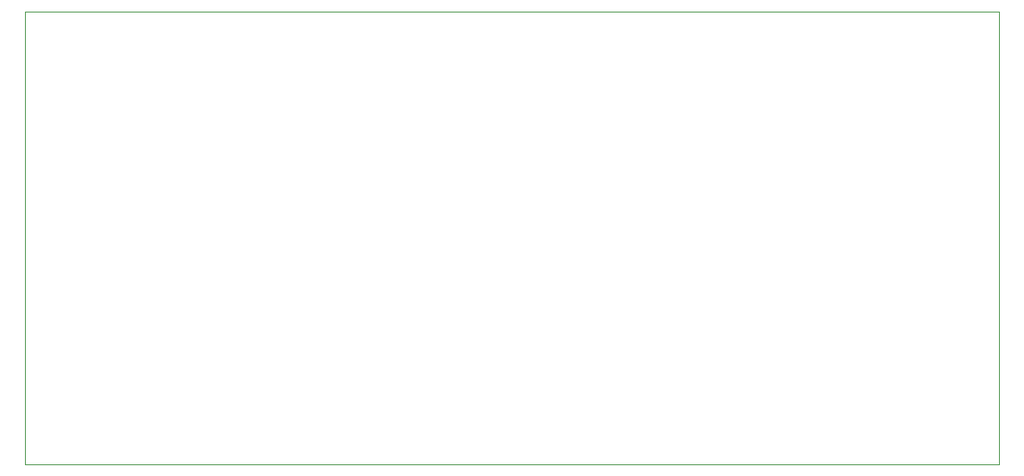
<source format=gbr>
G04 (created by PCBNEW (2013-07-07 BZR 4022)-stable) date 01/02/2015 03:27:21*
%MOIN*%
G04 Gerber Fmt 3.4, Leading zero omitted, Abs format*
%FSLAX34Y34*%
G01*
G70*
G90*
G04 APERTURE LIST*
%ADD10C,0.00590551*%
%ADD11C,0.00393701*%
G04 APERTURE END LIST*
G54D10*
G54D11*
X80413Y-33996D02*
X80413Y-33976D01*
X80413Y-52106D02*
X80413Y-33996D01*
X41437Y-52106D02*
X80413Y-52106D01*
X41437Y-33976D02*
X41437Y-52106D01*
X41433Y-46968D02*
X41433Y-48543D01*
X41433Y-33976D02*
X80405Y-33976D01*
M02*

</source>
